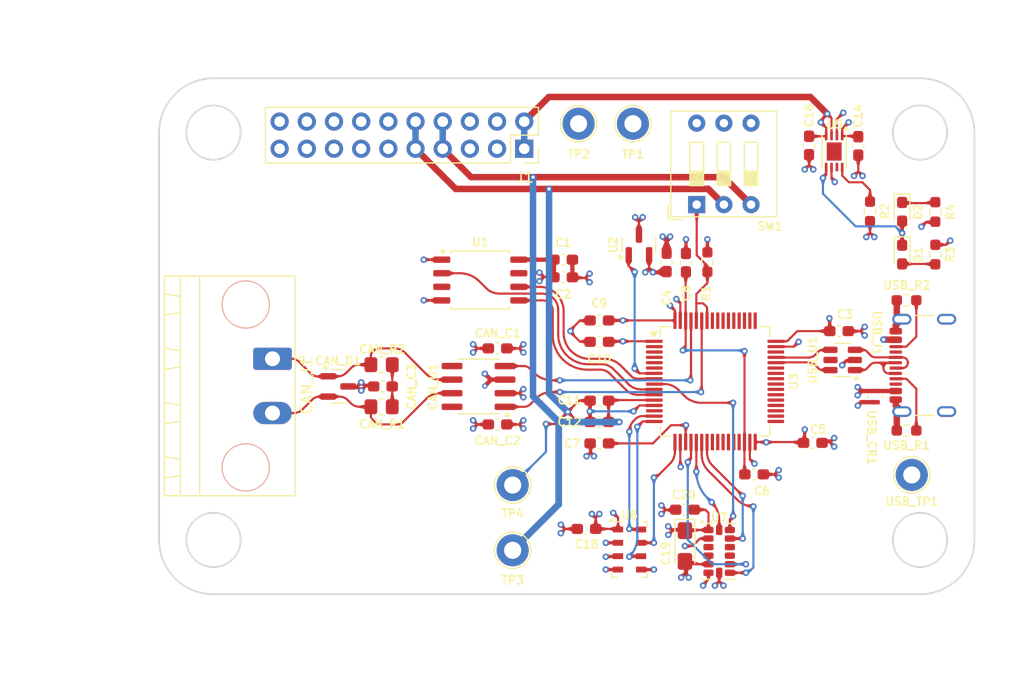
<source format=kicad_pcb>
(kicad_pcb (version 20240108) (generator "pcbnew") (generator_version "8.0")
  (layers (0 "F.Cu" signal) (1 "In1.Cu" signal) (2 "In2.Cu" signal) (31 "B.Cu" signal) (34 "B.Paste" user) (35 "F.Paste" user) (36 "B.SilkS" user "B.Silkscreen") (37 "F.SilkS" user "F.Silkscreen") (38 "B.Mask" user) (39 "F.Mask" user) (44 "Edge.Cuts" user))
  (net 0 "")
  (net 1 "/Battery Management/V_USB")
  (net 2 "GNDD")
  (net 3 "/V_BAT")
  (net 5 "+3.3V")
  (net 6 "/Battery Management/STAT")
  (net 7 "Net-(D1-A)")
  (net 8 "Net-(D2-K)")
  (net 9 "Net-(CAN_C3-Pad1)")
  (net 10 "Net-(C6-Pad1)")
  (net 11 "GNDA")
  (net 12 "VDDA")
  (net 13 "Net-(U5-PROG)")
  (net 16 "/CAN Interface/CAN_L")
  (net 17 "Net-(U2-~{RST})")
  (net 19 "/CAN Interface/CAN_H")
  (net 20 "/pres_mosi")
  (net 21 "/pres_clk")
  (net 26 "/pres_miso")
  (net 28 "/accel_miso")
  (net 30 "/flash_mosi")
  (net 32 "/accel_int2")
  (net 35 "/accel_mosi")
  (net 39 "/accel_int1")
  (net 45 "/flash_clk")
  (net 47 "/accel_clk")
  (net 48 "/flash_miso")
  (net 49 "/BOOT0")
  (net 64 "/USB_D_P")
  (net 65 "/FDCAN_RX")
  (net 66 "/USB_D_N")
  (net 67 "/FDCAN_TX")
  (net 75 "Net-(USB_J1-D+-PadA6)")
  (net 76 "Net-(USB_J1-D--PadA7)")
  (net 78 "Net-(USB_J1-CC2)")
  (net 79 "Net-(USB_J1-CC1)")
  (footprint "Capacitor_SMD:C_0603_1608Metric_Pad1.08x0.95mm_HandSolder" (layer "F.Cu") (at 142.287653 118.028)
    (property "Reference" "CAN_C2")
    (property "Value" "4.7uF")
  )
  (footprint "Package_QFP:LQFP-64_10x10mm_P0.5mm" (layer "F.Cu") (at 162.616738 114.001)
    (property "Reference" "U3")
    (property "Value" "STM32H503RBTx")
  )
  (footprint "Resistor_SMD:R_0603_1608Metric_Pad0.98x0.95mm_HandSolder" (layer "F.Cu") (at 177.1 98.1 -90)
    (property "Reference" "R2")
    (property "Value" "2k")
  )
  (footprint "Capacitor_SMD:C_0603_1608Metric_Pad1.08x0.95mm_HandSolder" (layer "F.Cu") (at 151.8 110.3 180)
    (property "Reference" "C10")
    (property "Value" "4.7uF")
  )
  (footprint "Resistor_SMD:R_0805_2012Metric_Pad1.20x1.40mm_HandSolder" (layer "F.Cu") (at 131.447653 112.44 180)
    (property "Reference" "CAN_R2")
    (property "Value" "62")
  )
  (footprint "Capacitor_SMD:C_0603_1608Metric_Pad1.08x0.95mm_HandSolder" (layer "F.Cu") (at 171.75 119.75)
    (property "Reference" "C5")
    (property "Value" "100nF")
  )
  (footprint "Capacitor_SMD:C_0603_1608Metric_Pad1.08x0.95mm_HandSolder" (layer "F.Cu") (at 166.2625 122.7)
    (property "Reference" "C6")
    (property "Value" "2.2uF")
  )
  (footprint "ESDA7P60:ZDO_1610_STM" (layer "F.Cu") (at 177.591 115.426 -90)
    (property "Reference" "USB_CR1")
    (property "Value" "ESDA7P60-1U1M")
  )
  (footprint "Capacitor_SMD:C_0603_1608Metric_Pad1.08x0.95mm_HandSolder" (layer "F.Cu") (at 142.287653 110.916)
    (property "Reference" "CAN_C1")
    (property "Value" "100nF")
  )
  (footprint "Package_LGA:LGA-14_3x5mm_P0.8mm_LayoutBorder1x6y" (layer "F.Cu") (at 163 129.9)
    (property "Reference" "U7")
    (property "Value" "ADXL375BCCZ")
  )
  (footprint "Resistor_SMD:R_0603_1608Metric_Pad0.98x0.95mm_HandSolder" (layer "F.Cu") (at 183.2 102.1375 90)
    (property "Reference" "R3")
    (property "Value" "1k")
  )
  (footprint "Connector_USB:USB_C_Receptacle_GCT_USB4105-xx-A_16P_TopMnt_Horizontal" (layer "F.Cu") (at 183.179 112.505 90)
    (property "Reference" "USB_J1")
    (property "Value" "USB_C_Receptacle_USB2.0_16P")
  )
  (footprint "Capacitor_SMD:C_0603_1608Metric_Pad1.08x0.95mm_HandSolder" (layer "F.Cu") (at 148.419 102.616)
    (property "Reference" "C1")
    (property "Value" "100nF")
  )
  (footprint "Package_SO:SOIC-8_3.9x4.9mm_P1.27mm" (layer "F.Cu") (at 140.509653 114.472 180)
    (property "Reference" "CAN_U1")
    (property "Value" "TCAN332G")
  )
  (footprint "Capacitor_SMD:C_0603_1608Metric_Pad1.08x0.95mm_HandSolder" (layer "F.Cu") (at 131.574653 114.472 180)
    (property "Reference" "CAN_C3")
    (property "Value" "4.7uF")
  )
  (footprint "Package_TO_SOT_SMD:SOT-23" (layer "F.Cu") (at 127.383653 114.472)
    (property "Reference" "CAN_D1")
    (property "Value" "NUP2105L")
  )
  (footprint "TestPoint:TestPoint_Loop_D2.60mm_Drill1.6mm_Beaded" (layer "F.Cu") (at 181 122.75 -90)
    (property "Reference" "USB_TP1")
    (property "Value" "TestPoint")
  )
  (footprint "Resistor_SMD:R_0603_1608Metric_Pad0.98x0.95mm_HandSolder" (layer "F.Cu") (at 180.512 106.409 180)
    (property "Reference" "USB_R2")
    (property "Value" "5.1k")
  )
  (footprint "Connector_Phoenix_MSTB:PhoenixContact_MSTB_2,5_2-GF-5,08_1x02_P5.08mm_Horizontal_ThreadedFlange_MountHole" (layer "F.Cu") (at 121.2525 111.887 -90)
    (property "Reference" "CAN_J1")
    (property "Value" "Conn_01x02_Socket")
  )
  (footprint "Capacitor_SMD:C_0603_1608Metric_Pad1.08x0.95mm_HandSolder" (layer "F.Cu") (at 176 91.975 -90)
    (property "Reference" "C14")
    (property "Value" "4.7uF")
  )
  (footprint "Package_TO_SOT_SMD:SOT-23" (layer "F.Cu") (at 155.5 101.2375 90)
    (property "Reference" "U2")
    (property "Value" "MCP130-xxxxTT")
  )
  (footprint "Capacitor_SMD:C_0603_1608Metric_Pad1.08x0.95mm_HandSolder" (layer "F.Cu") (at 151.8 115.8)
    (property "Reference" "C11")
    (property "Value" "100nF")
  )
  (footprint "Capacitor_SMD:C_0603_1608Metric_Pad1.08x0.95mm_HandSolder" (layer "F.Cu") (at 150.6 127.8 180)
    (property "Reference" "C18")
    (property "Value" "100nF")
  )
  (footprint "LED_SMD:LED_0603_1608Metric_Pad1.05x0.95mm_HandSolder" (layer "F.Cu") (at 180.1 102.1375 -90)
    (property "Reference" "D1")
    (property "Value" "LED")
  )
  (footprint "Resistor_SMD:R_0603_1608Metric_Pad0.98x0.95mm_HandSolder" (layer "F.Cu") (at 183.2 98.15 -90)
    (property "Reference" "R4")
    (property "Value" "1k")
  )
  (footprint "Package_LGA:LGA-8_3x5mm_P1.25mm" (layer "F.Cu") (at 154.625 129.725)
    (property "Reference" "U6")
    (property "Value" "MS5607-02BA")
  )
  (footprint "Capacitor_SMD:C_0603_1608Metric_Pad1.08x0.95mm_HandSolder" (layer "F.Cu") (at 151.8 119.8 180)
    (property "Reference" "C7")
    (property "Value" "100nF")
  )
  (footprint "TestPoint:TestPoint_Loop_D2.60mm_Drill1.6mm_Beaded" (layer "F.Cu") (at 149.86 89.9 -90)
    (property "Reference" "TP2")
    (property "Value" "TestPoint")
  )
  (footprint "Resistor_SMD:R_0805_2012Metric_Pad1.20x1.40mm_HandSolder" (layer "F.Cu") (at 131.447653 116.377)
    (property "Reference" "CAN_R1")
    (property "Value" "62")
  )
  (footprint "Connector_PinSocket_2.54mm:PinSocket_2x10_P2.54mm_Vertical" (layer "F.Cu") (at 144.78 92.24 -90)
    (property "Reference" "J1")
    (property "Value" "Conn_02x10_Odd_Even")
  )
  (footprint "Package_DFN_QFN:DFN-8-1EP_3x2mm_P0.5mm_EP1.7x1.4mm" (layer "F.Cu") (at 173.75 92.5 -90)
    (property "Reference" "U5")
    (property "Value" "MCP73831-2-MC")
  )
  (footprint "Button_Switch_THT:SW_DIP_SPSTx03_Slide_9.78x9.8mm_W7.62mm_P2.54mm" (layer "F.Cu") (at 160.9 97.4675 90)
    (property "Reference" "SW1")
    (property "Value" "SW_DIP_x03")
  )
  (footprint "Package_TO_SOT_SMD:SOT-23-6" (layer "F.Cu") (at 174.543 111.997 180)
    (property "Reference" "USB_U1")
    (property "Value" "USBLC6-2SC6")
  )
  (footprint "Capacitor_SMD:C_0603_1608Metric_Pad1.08x0.95mm_HandSolder" (layer "F.Cu") (at 148.419 104.267)
    (property "Reference" "C2")
    (property "Value" "4.7uF")
  )
  (footprint "Capacitor_SMD:C_0603_1608Metric_Pad1.08x0.95mm_HandSolder" (layer "F.Cu") (at 151.8 117.8)
    (property "Reference" "C12")
    (property "Value" "1uF")
  )
  (footprint "LED_SMD:LED_0603_1608Metric_Pad1.05x0.95mm_HandSolder" (layer "F.Cu") (at 180.1 98.1375 -90)
    (property "Reference" "D2")
    (property "Value" "LED")
  )
  (footprint "Capacitor_SMD:C_0603_1608Metric_Pad1.08x0.95mm_HandSolder" (layer "F.Cu") (at 174.2 109.3)
    (property "Reference" "C3")
    (property "Value" "100nF")
  )
  (footprint "Package_SO:SOIC-8_5.23x5.23mm_P1.27mm" (layer "F.Cu") (at 140.672 104.521)
    (property "Reference" "U1")
    (property "Value" "W25Q128JVS")
  )
  (footprint "Capacitor_SMD:C_0603_1608Metric_Pad1.08x0.95mm_HandSolder" (layer "F.Cu") (at 171.4 91.9375 -90)
    (property "Reference" "C16")
    (property "Value" "4.7uF")
  )
  (footprint "Capacitor_SMD:C_0603_1608Metric_Pad1.08x0.95mm_HandSolder" (layer "F.Cu") (at 159.893 102.8965 90)
    (property "Reference" "C8")
    (property "Value" "2.2uF")
  )
  (footprint "TestPoint:TestPoint_Loop_D2.60mm_Drill1.6mm_Beaded" (layer "F.Cu") (at 143.699 129.8 -90)
    (property "Reference" "TP3")
    (property "Value" "TestPoint")
  )
  (footprint "Resistor_SMD:R_0603_1608Metric_Pad0.98x0.95mm_HandSolder" (layer "F.Cu") (at 180.512 118.601 180)
    (property "Reference" "USB_R1")
    (property "Value" "5.1k")
  )
  (footprint "Capacitor_SMD:C_0603_1608Metric_Pad1.08x0.95mm_HandSolder" (layer "F.Cu") (at 159.8 126 180)
    (property "Reference" "C20")
    (property "Value" "100nF")
  )
  (footprint "Capacitor_Tantalum_SMD:CP_EIA-3216-18_Kemet-A_Pad1.58x1.35mm_HandSolder" (layer "F.Cu") (at 159.8 129.4 -90)
    (property "Reference" "C19")
    (property "Value" "10uF")
  )
  (footprint "Capacitor_SMD:C_0603_1608Metric_Pad1.08x0.95mm_HandSolder" (layer "F.Cu") (at 151.8 108.3 180)
    (property "Reference" "C9")
    (property "Value" "100nF")
  )
  (footprint "TestPoint:TestPoint_Loop_D2.60mm_Drill1.6mm_Beaded" (layer "F.Cu") (at 154.94 89.9 -90)
    (property "Reference" "TP1")
    (property "Value" "TestPoint")
  )
  (footprint "TestPoint:TestPoint_Loop_D2.60mm_Drill1.6mm_Beaded" (layer "F.Cu") (at 143.699 123.7 -90)
    (property "Reference" "TP4")
    (property "Value" "TestPoint")
  )
  (footprint "Capacitor_SMD:C_0603_1608Metric_Pad1.08x0.95mm_HandSolder" (layer "F.Cu") (at 158.0906 102.8689 90)
    (property "Reference" "C4")
    (property "Value" "100nF")
  )
  (footprint "Resistor_SMD:R_0603_1608Metric_Pad0.98x0.95mm_HandSolder" (layer "F.Cu") (at 161.9 102.8465 90)
    (property "Reference" "R1")
    (property "Value" "10k")
  )
  (gr_arc (start 115.734417 133.90888) (mid 112.142315 132.420982) (end 110.654417 128.82888) (stroke (width 0.16)) (layer "Edge.Cuts"))
  (gr_circle (center 115.734417 90.72888) (end 113.194417 90.72888) (stroke (width 0.16)) (fill none) (layer "Edge.Cuts"))
  (gr_line (start 115.734417 85.64888) (end 181.774417 85.64888) (stroke (width 0.16)) (layer "Edge.Cuts"))
  (gr_arc (start 181.774417 85.64888) (mid 185.366519 87.136778) (end 186.854417 90.72888) (stroke (width 0.16)) (layer "Edge.Cuts"))
  (gr_line (start 181.774417 133.90888) (end 115.734417 133.90888) (stroke (width 0.16)) (layer "Edge.Cuts"))
  (gr_circle (center 181.774417 128.82888) (end 179.234417 128.82888) (stroke (width 0.16)) (fill none) (layer "Edge.Cuts"))
  (gr_circle (center 181.774417 90.72888) (end 179.234417 90.72888) (stroke (width 0.16)) (fill none) (layer "Edge.Cuts"))
  (gr_circle (center 115.734417 128.82888) (end 113.194417 128.82888) (stroke (width 0.16)) (fill none) (layer "Edge.Cuts"))
  (gr_line (start 186.854417 90.72888) (end 186.854417 128.82888) (stroke (width 0.16)) (layer "Edge.Cuts"))
  (gr_line (start 110.654417 128.82888) (end 110.654417 90.72888) (stroke (width 0.16)) (layer "Edge.Cuts"))
  (gr_arc (start 110.654417 90.72888) (mid 112.142315 87.136778) (end 115.734417 85.64888) (stroke (width 0.16)) (layer "Edge.Cuts"))
  (gr_arc (start 186.854417 128.82888) (mid 185.366519 132.420982) (end 181.774417 133.90888) (stroke (width 0.16)) (layer "Edge.Cuts"))
  (segment (start 175.9375 91.05) (end 176 91.1125) (width 0.2) (layer "F.Cu") (net 1))
  (segment (start 176.3083 114.9053) (end 175.94 114.537) (width 0.4064) (layer "F.Cu") (net 1))
  (segment (start 184.6 100.8375) (end 184.5 100.9375) (width 0.2) (layer "F.Cu") (net 1))
  (segment (start 174 89.475) (end 174 91.05) (width 0.2) (layer "F.Cu") (net 1))
  (segment (start 178.353 110.092) (end 178.366 110.105) (width 0.2) (layer "F.Cu") (net 1))
  (segment (start 184.2125 101.225) (end 184.6 100.8375) (width 0.2) (layer "F.Cu") (net 1))
  (segment (start 179.499 110.105) (end 178.353 110.092) (width 0.6) (layer "F.Cu") (net 1))
  (segment (start 174.5 90.375) (end 174.5 91.05) (width 0.2) (layer "F.Cu") (net 1))
  (segment (start 175.1 89.775) (end 174.5 90.375) (width 0.2) (layer "F.Cu") (net 1))
  (segment (start 174.6 88.875) (end 174 89.475) (width 0.2) (layer "F.Cu") (net 1))
  (segment (start 183.2 101.225) (end 184.2125 101.225) (width 0.2) (layer "F.Cu") (net 1))
  (segment (start 175.94 115.2736) (end 176.3083 114.9053) (width 0.4064) (layer "F.Cu") (net 1))
  (segment (start 174.5 91.05) (end 175.9375 91.05) (width 0.2) (layer "F.Cu") (net 1))
  (segment (start 176.3086 114.905) (end 176.3083 114.9053) (width 0.2) (layer "F.Cu") (net 1))
  (segment (start 175.94 115.299) (end 175.94 115.2736) (width 0.2) (layer "F.Cu") (net 1))
  (segment (start 179.499 114.905) (end 176.3086 114.905) (width 0.4064) (layer "F.Cu") (net 1))
  (via (at 184.6 100.8375) (size 0.6) (drill 0.3) (layers "F.Cu" "B.Cu") (net 1))
  (via (at 175.1 89.775) (size 0.6) (drill 0.3) (layers "F.Cu" "B.Cu") (net 1))
  (via (at 175.94 114.537) (size 0.6) (drill 0.3) (layers "F.Cu" "B.Cu") (net 1))
  (via (at 174.6 88.875) (size 0.6) (drill 0.3) (layers "F.Cu" "B.Cu") (net 1))
  (via (at 178.353 110.092) (size 0.6) (drill 0.3) (layers "F.Cu" "B.Cu") (net 1))
  (via (at 175.94 115.299) (size 0.6) (drill 0.3) (layers "F.Cu" "B.Cu") (net 1))
  (segment (start 159.866738 102.195762) (end 159.9 102.1625) (width 0.2) (layer "F.Cu") (net 2))
  (segment (start 176.2803 115.9467) (end 177.591 115.9467) (width 0.4064) (layer "F.Cu") (net 2))
  (segment (start 149.7375 127.8) (end 148.6 127.8) (width 0.2) (layer "F.Cu") (net 2))
  (segment (start 173.35 119.7) (end 173.75 119.3) (width 0.2) (layer "F.Cu") (net 2))
  (segment (start 152.4 130.4) (end 152.45 130.35) (width 0.2) (layer "F.Cu") (net 2))
  (segment (start 155.5 99) (end 155.85 98.65) (width 0.2) (layer "F.Cu") (net 2))
  (segment (start 161.9 100.711) (end 161.9 101.934) (width 0.2) (layer "F.Cu") (net 2))
  (segment (start 150.4915 104.322) (end 150.8915 103.922) (width 0.2) (layer "F.Cu") (net 2))
  (segment (start 176.2 109.3) (end 176.6 109.7) (width 0.2) (layer "F.Cu") (net 2))
  (segment (start 168.5625 123) (end 168.5625 123.1) (width 0.2) (layer "F.Cu") (net 2))
  (segment (start 144.700653 118.409) (end 144.319653 118.028) (width 0.2) (layer "F.Cu") (net 2))
  (segment (start 144.319653 110.916) (end 143.150153 110.916) (width 0.2) (layer "F.Cu") (net 2))
  (segment (start 175.0625 109.3) (end 176.2 109.3) (width 0.2) (layer "F.Cu") (net 2))
  (segment (start 175.6 94.775) (end 175.7 94.675) (width 0.2) (layer "F.Cu") (net 2))
  (segment (start 179.5995 107.7105) (end 180.074 108.185) (width 0.2) (layer "F.Cu") (net 2))
  (segment (start 161.2 128.7) (end 160.8 129.1) (width 0.2) (layer "F.Cu") (net 2))
  (segment (start 159.9 100.711) (end 159.9 102.027) (width 0.2) (layer "F.Cu") (net 2))
  (segment (start 175.6805 111.997) (end 174.924 111.997) (width 0.2) (layer "F.Cu") (net 2))
  (segment (start 144.700653 110.535) (end 144.319653 110.916) (width 0.2) (layer "F.Cu") (net 2))
  (segment (start 159.9 102.1) (end 159.866738 102.133262) (width 0.2) (layer "F.Cu") (net 2))
  (segment (start 179.499 109.305) (end 179.499 108.76) (width 0.6) (layer "F.Cu") (net 2))
  (segment (start 172.5125 119.7) (end 173.35 119.7) (width 0.2) (layer "F.Cu") (net 2))
  (segment (start 165.866738 119.676) (end 165.866738 121.266738) (width 0.2) (layer "F.Cu") (net 2))
  (segment (start 160.5 129.4) (end 159.8 129.4) (width 0.2) (layer "F.Cu") (net 2))
  (segment (start 155.5 100.275) (end 155.5 99) (width 0.2) (layer "F.Cu") (net 2))
  (segment (start 176 94.375) (end 175.6 94.775) (width 0.2) (layer "F.Cu") (net 2))
  (segment (start 159.8 132) (end 160.3 132.5) (width 0.2) (layer "F.Cu") (net 2))
  (segment (start 170.424697 110.299758) (end 169.973455 110.751) (width 0.2) (layer "F.Cu") (net 2))
  (segment (start 179.5995 118.601) (end 179.5995 117.2995) (width 0.6) (layer "F.Cu") (net 2))
  (segment (start 150.9375 120.6375) (end 150.9375 120.6625) (width 0.2) (layer "F.Cu") (net 2))
  (segment (start 150.9375 119.8) (end 150.9375 120.6375) (width 0.2) (layer "F.Cu") (net 2))
  (segment (start 168.5625 122.3) (end 168.1625 122.7) (width 0.2) (layer "F.Cu") (net 2))
  (segment (start 143.150153 118.028) (end 144.319653 118.028) (width 0.2) (layer "F.Cu") (net 2))
  (segment (start 165.866738 121.266738) (end 166.3 121.7) (width 0.2) (layer "F.Cu") (net 2))
  (segment (start 181.9 99.5375) (end 182.375 99.0625) (width 0.2) (layer "F.Cu") (net 2))
  (segment (start 150.4915 104.322) (end 150.8915 104.722) (width 0.2) (layer "F.Cu") (net 2))
  (segment (start 144.700653 115.488) (end 144.319653 115.107) (width 0.2) (layer "F.Cu") (net 2))
  (segment (start 155.5 99) (end 155.15 98.65) (width 0.2) (layer "F.Cu") (net 2))
  (segment (start 179.5995 117.2995) (end 180.074 116.825) (width 0.2) (layer "F.Cu") (net 2))
  (segment (start 159.033476 106.3) (end 159.366738 106.633262) (width 0.2) (layer "F.Cu") (net 2))
  (segment (start 177.5 100.5) (end 177.4 100.4) (width 0.2) (layer "F.Cu") (net 2))
  (segment (start 183.2 99.0625) (end 183.2 99.15) (width 0.2) (layer "F.Cu") (net 2))
  (segment (start 148.6 127.8) (end 148.2 128.2) (width 0.2) (layer "F.Cu") (net 2))
  (segment (start 128.321153 114.472) (end 129.161653 114.472) (width 0.2) (layer "F.Cu") (net 2))
  (segment (start 150.9375 108.3) (end 150 108.3) (width 0.2) (layer "F.Cu") (net 2))
  (segment (start 155.7 131.6) (end 156.9 131.6) (width 0.2) (layer "F.Cu") (net 2))
  (segment (start 163 132.7) (end 162.6 133.1) (width 0.2) (layer "F.Cu") (net 2))
  (segment (start 129.542653 114.853) (end 129.161653 114.472) (width 0.2) (layer "F.Cu") (net 2))
  (segment (start 160.0625 131.1) (end 159.8 130.8375) (width 0.2) (layer "F.Cu") (net 2))
  (segment (start 143.150153 115.107) (end 144.319653 115.107) (width 0.2) (layer "F.Cu") (net 2))
  (segment (start 162 128.7) (end 161.2 128.7) (width 0.2) (layer "F.Cu") (net 2))
  (segment (start 176.2 109.3) (end 176.6 108.9) (width 0.2) (layer "F.Cu") (net 2))
  (segment (start 129.161653 114.472) (end 129.542653 114.091) (width 0.2) (layer "F.Cu") (net 2))
  (segment (start 169.973455 110.751) (end 168.291738 110.751) (width 0.2) (layer "F.Cu") (net 2))
  (segment (start 177.1 99.0125) (end 177.1 100.1) (width 0.2) (layer "F.Cu") (net 2))
  (segment (start 159.366738 106.633262) (end 159.366738 108.326) (width 0.2) (layer "F.Cu") (net 2))
  (segment (start 168.1625 122.7) (end 168.4625 123) (width 0.2) (layer "F.Cu") (net 2))
  (segment (start 149 109.3) (end 149.1 109.3) (width 0.2) (layer "F.Cu") (net 2))
  (segment (start 152.4 131.6) (end 152.5 131.6) (width 0.2) (layer "F.Cu") (net 2))
  (segment (start 159.8 132) (end 159.45 132.35) (width 0.2) (layer "F.Cu") (net 2))
  (segment (start 174.493684 112.490868) (end 174.493684 112.394272) (width 0.2) (layer "F.Cu") (net 2))
  (segment (start 158 126) (end 157.6 126.4) (width 0.2) (layer "F.Cu") (net 2))
  (segment (start 176 92.8375) (end 176 94.375) (width 0.2) (layer "F.Cu") (net 2))
  (segment (start 175.9585 116.2685) (end 176.2803 115.9467) (width 0.4064) (layer "F.Cu") (net 2))
  (segment (start 159.8 129.4) (end 159.9 129.4) (width 0.2) (layer "F.Cu") (net 2))
  (segment (start 148.6 127.8) (end 148.2 127.4) (width 0.2) (layer "F.Cu") (net 2))
  (segment (start 149 109.3) (end 149 109.3) (width 0.2) (layer "F.Cu") (net 2))
  (segment (start 171.4 93.775) (end 171.8 94.175) (width 0.2) (layer "F.Cu") (net 2))
  (segment (start 163 132.7) (end 163.4 133.1) (width 0.2) (layer "F.Cu") (net 2))
  (segment (start 173.5 93.95) (end 173.5 94.7) (width 0.2) (layer "F.Cu") (net 2))
  (segment (start 135.477 102.616) (end 135.472 102.621) (width 0.2) (layer "F.Cu") (net 2))
  (segment (start 158.0906 100.7834) (end 158.0434 100.7834) (width 0.4064) (layer "F.Cu") (net 2))
  (segment (start 168.5625 123.1) (end 168.5625 123.1) (width 0.2) (layer "F.Cu") (net 2))
  (segment (start 173.8 95.35) (end 173.5 95.05) (width 0.2) (layer "F.Cu") (net 2))
  (segment (start 158.0906 100.7834) (end 158.417 100.457) (width 0.4064) (layer "F.Cu") (net 2))
  (segment (start 182.375 99.0625) (end 183.2 99.0625) (width 0.2) (layer "F.Cu") (net 2))
  (segment (start 148.2 128.2) (end 148.25 128.15) (width 0.2) (layer "F.Cu") (net 2))
  (segment (start 158.0906 102.0064) (end 158.0906 100.7834) (width 0.4064) (layer "F.Cu") (net 2))
  (segment (start 153.55 131.6) (end 152.4 131.6) (width 0.2) (layer "F.Cu") (net 2))
  (segment (start 174.924 111.997) (end 174.493684 112.427316) (width 0.2) (layer "F.Cu") (net 2))
  (segment (start 150 110.3) (end 150.9375 110.3) (width 0.2) (layer "F.Cu") (net 2))
  (segment (start 149.1 109.4) (end 150 110.3) (width 0.2) (layer "F.Cu") (net 2))
  (segment (start 149.2815 102.616) (end 149.2815 104.521) (width 0.4064) (layer "F.Cu") (net 2))
  (segment (start 150 108.3) (end 149 109.3) (width 0.2) (layer "F.Cu") (net 2))
  (segment (start 159 106.3) (end 159.033476 106.3) (width 0.2) (layer "F.Cu") (net 2))
  (segment (start 168.4625 123) (end 168.5625 123) (width 0.2) (layer "F.Cu") (net 2))
  (segment (start 179.5995 106.409) (end 179.5995 107.7105) (width 0.6) (layer "F.Cu") (net 2))
  (segment (start 179.499 115.705) (end 179.499 116.25) (width 0.6) (layer "F.Cu") (net 2))
  (segment (start 176 94.375) (end 176.4 94.775) (width 0.2) (layer "F.Cu") (net 2))
  (segment (start 159.366738 121.966738) (end 159.366738 119.676) (width 0.2) (layer "F.Cu") (net 2))
  (segment (start 155.15 98.65) (end 155.25 98.75) (width 0.2) (layer "F.Cu") (net 2))
  (segment (start 159.9 102.027) (end 159.893 102.034) (width 0.2) (layer "F.Cu") (net 2))
  (segment (start 158.9375 126) (end 158 126) (width 0.2) (layer "F.Cu") (net 2))
  (segment (start 161.9 102.2) (end 161.9 101.629222) (width 0.2) (layer "F.Cu") (net 2))
  (segment (start 162 131.1) (end 162 130.3) (width 0.2) (layer "F.Cu") (net 2))
  (segment (start 153.55 129.1) (end 152.4 129.1) (width 0.2) (layer "F.Cu") (net 2))
  (segment (start 163 131.9) (end 163 132.7) (width 0.2) (layer "F.Cu") (net 2))
  (segment (start 144.700653 114.726) (end 144.319653 115.107) (width 0.2) (layer "F.Cu") (net 2))
  (segment (start 173.35 119.7) (end 173.75 120.1) (width 0.2) (layer "F.Cu") (net 2))
  (segment (start 129.923653 114.472) (end 130.712153 114.472) (width 0.2) (layer "F.Cu") (net 2))
  (segment (start 149.254 104.322) (end 150.4915 104.322) (width 0.2) (layer "F.Cu") (net 2))
  (segment (start 150.9375 120.6375) (end 151.3 121) (width 0.2) (layer "F.Cu") (net 2))
  (segment (start 179.499 116.25) (end 180.074 116.825) (width 0.6) (layer "F.Cu") (net 2))
  (segment (start 137.072 102.616) (end 135.477 102.616) (width 0.2) (layer "F.Cu") (net 2))
  (segment (start 137.072 106.426) (end 135.472 106.421) (width 0.2) (layer "F.Cu") (net 2))
  (segment (start 153.55 130.35) (end 152.4 130.4) (width 0.2) (layer "F.Cu") (net 2))
  (segment (start 171.4 93.775) (end 171 94.175) (width 0.2) (layer "F.Cu") (net 2))
  (segment (start 176.4 94.775) (end 176.3 94.675) (width 0.2) (layer "F.Cu") (net 2))
  (segment (start 158 126) (end 157.6 125.6) (width 0.2) (layer "F.Cu") (net 2))
  (segment (start 162 131.1) (end 160.0625 131.1) (width 0.2) (layer "F.Cu") (net 2))
  (segment (start 135.472 106.421) (end 135.477 106.426) (width 0.2) (layer "F.Cu") (net 2))
  (segment (start 162.6 133.1) (end 162.65 133.05) (width 0.2) (layer "F.Cu") (net 2))
  (segment (start 160.8 129.1) (end 160.5 129.4) (width 0.2) (layer "F.Cu") (net 2))
  (segment (start 179.499 108.76) (end 180.074 108.185) (width 0.6) (layer "F.Cu") (net 2))
  (segment (start 155.85 98.65) (end 155.75 98.75) (width 0.2) (layer "F.Cu") (net 2))
  (segment (start 159.8 130.8375) (end 159.8 132) (width 0.2) (layer "F.Cu") (net 2))
  (segment (start 177.1 100.1) (end 177.5 100.5) (width 0.2) (layer "F.Cu") (net 2))
  (segment (start 163.4 133.1) (end 163.3 133) (width 0.2) (layer "F.Cu") (net 2))
  (segment (start 149.1 109.3) (end 149.1 109.4) (width 0.2) (layer "F.Cu") (net 2))
  (segment (start 168.1625 122.7) (end 167.125 122.7) (width 0.2) (layer "F.Cu") (net 2))
  (segment (start 150.9375 120.6625) (end 150.6 121) (width 0.2) (layer "F.Cu") (net 2))
  (segment (start 177.1 100.1) (end 176.9 100.3) (width 0.2) (layer "F.Cu") (net 2))
  (segment (start 173.5 95.05) (end 173.5 94.7) (width 0.2) (layer "F.Cu") (net 2))
  (segment (start 157.9875 102.175) (end 158 102.1625) (width 0.2) (layer "F.Cu") (net 2))
  (segment (start 144.700653 117.647) (end 144.319653 118.028) (width 0.2) (layer "F.Cu") (net 2))
  (segment (start 129.542653 114.091) (end 129.923653 114.472) (width 0.2) (layer "F.Cu") (net 2))
  (segment (start 144.700653 111.297) (end 144.319653 110.916) (width 0.2) (layer "F.Cu") (net 2))
  (segment (start 171.4 92.8) (end 171.4 93.775) (width 0.2) (layer "F.Cu") (net 2))
  (segment (start 174.493684 112.427316) (end 174.493684 112.490868) (width 0.2) (layer "F.Cu") (net 2))
  (segment (start 129.542653 114.853) (end 129.923653 114.472) (width 0.2) (layer "F.Cu") (net 2))
  (segment (start 158.0434 100.7834) (end 157.717 100.457) (width 0.4064) (layer "F.Cu") (net 2))
  (segment (start 159.4 122) (end 159.366738 121.966738) (width 0.2) (layer "F.Cu") (net 2))
  (via (at 157.6 126.4) (size 0.6) (drill 0.3) (layers "F.Cu" "B.Cu") (net 2))
  (via (at 157.6 125.6) (size 0.6) (drill 0.3) (layers "F.Cu" "B.Cu") (net 2))
  (via (at 144.700653 115.488) (size 0.6) (drill 0.3) (layers "F.Cu" "B.Cu") (net 2))
  (via (at 129.542653 114.091) (size 0.6) (drill 0.3) (layers "F.Cu" "B.Cu") (net 2))
  (via (at 129.542653 114.853) (size 0.6) (drill 0.3) (layers "F.Cu" "B.Cu") (net 2))
  (via (at 162.6 133.1) (size 0.6) (drill 0.3) (layers "F.Cu" "B.Cu") (net 2))
  (via (at 152.4 130.4) (size 0.6) (drill 0.3) (layers "F.Cu" "B.Cu") (net 2))
  (via (at 174.493684 112.490868) (size 0.6) (drill 0.3) (layers "F.Cu" "B.Cu") (net 2))
  (via (at 159.45 132.35) (size 0.6) (drill 0.3) (layers "F.Cu" "B.Cu") (net 2))
  (via (at 159.4 122) (size 0.6) (drill 0.3) (layers "F.Cu" "B.Cu") (net 2))
  (via (at 144.700653 118.409) (size 0.6) (drill 0.3) (layers "F.Cu" "B.Cu") (net 2))
  (via (at 171.8 94.175) (size 0.6) (drill 0.3) (layers "F.Cu" "B.Cu") (net 2))
  (via (at 173.75 120.1) (size 0.6) (drill 0.3) (layers "F.Cu" "B.Cu") (net 2))
  (via (at 150.8915 104.722) (size 0.6) (drill 0.3) (layers "F.Cu" "B.Cu") (net 2))
  (via (at 176.6 108.9) (size 0.6) (drill 0.3) (layers "F.Cu" "B.Cu") (net 2))
  (via (at 151.3 121) (size 0.6) (drill 0.3) (layers "F.Cu" "B.Cu") (net 2))
  (via (at 157.717 100.457) (size 0.6) (drill 0.3) (layers "F.Cu" "B.Cu") (net 2))
  (via (at 144.700653 110.535) (size 0.6) (drill 0.3) (layers "F.Cu" "B.Cu") (net 2))
  (via (at 156.9 131.6) (size 0.6) (drill 0.3) (layers "F.Cu" "B.Cu") (net 2))
  (via (at 158.417 100.457) (size 0.6) (drill 0.3) (layers "F.Cu" "B.Cu") (net 2))
  (via (at 150.6 121) (size 0.6) (drill 0.3) (layers "F.Cu" "B.Cu") (net 2))
  (via (at 177.5 100.5) (size 0.6) (drill 0.3) (layers "F.Cu" "B.Cu") (net 2))
  (via (at 171 94.175) (size 0.6) (drill 0.3) (layers "F.Cu" "B.Cu") (net 2))
  (via (at 148.2 127.4) (size 0.6) (drill 0.3) (layers "F.Cu" "B.Cu") (net 2))
  (via (at 176.6 109.7) (size 0.6) (drill 0.3) (layers "F.Cu" "B.Cu") (net 2))
  (via (at 155.85 98.65) (size 0.6) (drill 0.3) (layers "F.Cu" "B.Cu") (net 2))
  (via (at 152.4 131.6) (size 0.6) (drill 0.3) (layers "F.Cu" "B.Cu") (net 2))
  (via (at 144.700653 114.726) (size 0.6) (drill 0.3) (layers "F.Cu" "B.Cu") (net 2))
  (via (at 144.700653 117.647) (size 0.6) (drill 0.3) (layers "F.Cu" "B.Cu") (net 2))
  (via (at 163.4 133.1) (size 0.6) (drill 0.3) (layers "F.Cu" "B.Cu") (net 2))
  (via (at 160.15 132.35) (size 0.6) (drill 0.3) (layers "F.Cu" "B.Cu") (net 2))
  (via (at 176.75 100.5) (size 0.6) (drill 0.3) (layers "F.Cu" "B.Cu") (net 2))
  (via (at 159.9 100.711) (size 0.6) (drill 0.3) (layers "F.Cu" "B.Cu") (net 2))
  (via (at 152.4 129.1) (size 0.6) (drill 0.3) (layers "F.Cu" "B.Cu") (net 2))
  (via (at 144.700653 111.297) (size 0.6) (drill 0.3) (layers "F.Cu" "B.Cu") (net 2))
  (via (at 159 106.3) (size 0.6) (drill 0.3) (layers "F.Cu" "B.Cu") (net 2))
  (via (at 149.1 109.3) (size 0.6) (drill 0.3) (layers "F.Cu" "B.Cu") (net 2))
  (via (at 135.382 106.416) (size 0.6) (drill 0.3) (layers "F.Cu" "B.Cu") (net 2))
  (via (at 173.8 95.35) (size 0.6) (drill 0.3) (layers "F.Cu" "B.Cu") (net 2))
  (via (at 168.5625 122.3) (size 0.6) (drill 0.3) (layers "F.Cu" "B.Cu") (net 2))
  (via (at 181.9 99.5375) (size 0.6) (drill 0.3) (layers "F.Cu" "B.Cu") (net 2))
  (via (at 166.3 121.7) (size 0.6) (drill 0.3) (layers "F.Cu" "B.Cu") (net 2))
  (via (at 175.6 94.775) (size 0.6) (drill 0.3) (layers "F.Cu" "B.Cu") (net 2))
  (via (at 148.2 128.2) (size 0.6) (drill 0.3) (layers "F.Cu" "B.Cu") (net 2))
  (via (at 173.75 119.3) (size 0.6) (drill 0.3) (layers "F.Cu" "B.Cu") (net 2))
  (via (at 159.8 129.4) (size 0.6) (drill 0.3) (layers "F.Cu" "B.Cu") (net 2))
  (via (at 155.15 98.65) (size 0.6) (drill 0.3) (layers "F.Cu" "B.Cu") (net 2))
  (via (at 150.8915 103.922) (size 0.6) (drill 0.3) (layers "F.Cu" "B.Cu") (net 2))
  (via (at 175.9585 116.2685) (size 0.6) (drill 0.3) (layers "F.Cu" "B.Cu") (net 2))
  (via (at 168.5625 123) (size 0.6) (drill 0.3) (layers "F.Cu" "B.Cu") (net 2))
  (via (at 135.382 102.616) (size 0.6) (drill 0.3) (layers "F.Cu" "B.Cu") (net 2))
  (via (at 176.4 94.775) (size 0.6) (drill 0.3) (layers "F.Cu" "B.Cu") (net 2))
  (via (at 170.424697 110.299758) (size 0.6) (drill 0.3) (layers "F.Cu" "B.Cu") (net 2))
  (via (at 161.9 100.711) (size 0.6) (drill 0.3) (layers "F.Cu" "B.Cu") (net 2))
  (segment (start 172.975 91.075) (end 173 91.05) (width 0.2) (layer "F.Cu") (net 3))
  (segment (start 173.1 88.975) (end 171.525 87.4) (width 0.6096) (layer "F.Cu") (net 3))
  (segment (start 173.1 88.975) (end 173.5 89.375) (width 0.2) (layer "F.Cu") (net 3))
  (segment (start 147.08 87.4) (end 144.78 89.7) (width 0.6096) (layer "F.Cu") (net 3))
  (segment (start 173.5 89.375) (end 173.5 91.05) (width 0.2) (layer "F.Cu") (net 3))
  (segment (start 171.4 91.075) (end 172.975 91.075) (width 0.2) (layer "F.Cu") (net 3))
  (segment (start 172.5 89.575) (end 173.1 88.975) (width 0.2) (layer "F.Cu") (net 3))
  (segment (start 172.5 89.775) (end 172.5 89.575) (width 0.2) (layer "F.Cu") (net 3))
  (segment (start 171.525 87.4) (end 147.08 87.4) (width 0.6096) (layer "F.Cu") (net 3))
  (segment (start 173 90.275) (end 173 91.05) (width 0.2) (layer "F.Cu") (net 3))
  (segment (start 172.5 89.775) (end 173 90.275) (width 0.2) (layer "F.Cu") (net 3))
  (via (at 172.5 89.775) (size 0.6) (drill 0.3) (layers "F.Cu" "B.Cu") (net 3))
  (via (at 173.1 88.975) (size 0.6) (drill 0.3) (layers "F.Cu" "B.Cu") (net 3))
  (segment (start 144.78 89.7) (end 144.78 92.24) (width 0.6096) (layer "B.Cu") (net 3))
  (segment (start 162 127.9) (end 159.8625 127.9) (width 0.2) (layer "F.Cu") (net 5))
  (segment (start 144.272 102.616) (end 147.5565 102.616) (width 0.4064) (layer "F.Cu") (net 5))
  (segment (start 159.9 118.1) (end 158.5 118.1) (width 0.2) (layer "F.Cu") (net 5))
  (segment (start 159.866738 119.676) (end 159.866738 118.133262) (width 0.2) (layer "F.Cu") (net 5))
  (segment (start 153.55 127.85) (end 153.55 126.75) (width 0.2) (layer "F.Cu") (net 5))
  (segment (start 151.8 126.4) (end 151.4625 126.7375) (width 0.2) (layer "F.Cu") (net 5))
  (segment (start 159.8625 127.9) (end 159.8 127.9625) (width 0.2) (layer "F.Cu") (net 5))
  (segment (start 161.5 133) (end 161.5 133.1) (width 0.2) (layer "F.Cu") (net 5))
  (segment (start 158.866738 108.326) (end 158.866738 107.366738) (width 0.2) (layer "F.Cu") (net 5))
  (segment (start 140.128653 117.774) (end 140.001653 117.647) (width 0.2) (layer "F.Cu") (net 5))
  (segment (start 154 110.251) (end 156.941738 110.251) (width 0.2) (layer "F.Cu") (net 5))
  (segment (start 154 110.251) (end 152.7115 110.251) (width 0.2) (layer "F.Cu") (net 5))
  (segment (start 158.2 127.5) (end 158.2 127.5) (width 0.2) (layer "F.Cu") (net 5))
  (segment (start 159.9 118.133476) (end 159.866738 118.166738) (width 0.2) (layer "F.Cu") (net 5))
  (segment (start 161.5 133.1) (end 161.4 133.1) (width 0.2) (layer "F.Cu") (net 5))
  (segment (start 140.382653 118.028) (end 140.001653 118.409) (width 0.2) (layer "F.Cu") (net 5))
  (segment (start 167.376 119.676) (end 167.4 119.7) (width 0.2) (layer "F.Cu") (net 5))
  (segment (start 151.1 126.4) (end 151.4625 126.7625) (width 0.2) (layer "F.Cu") (net 5))
  (segment (start 158.2 127.526976) (end 158.2 127.5) (width 0.2) (layer "F.Cu") (net 5))
  (segment (start 166.366738 119.676) (end 167.376 119.676) (width 0.2) (layer "F.Cu") (net 5))
  (segment (start 159.9 118.1) (end 159.9 118.133476) (width 0.2) (layer "F.Cu") (net 5))
  (segment (start 151 126.3) (end 151 126.3) (width 0.2) (layer "F.Cu") (net 5))
  (segment (start 161.4 133.1) (end 161.5 133) (width 0.2) (layer "F.Cu") (net 5))
  (segment (start 141.425153 110.916) (end 140.382653 110.916) (width 0.2) (layer "F.Cu") (net 5))
  (segment (start 140.128653 110.662) (end 140.001653 110.535) (width 0.2) (layer "F.Cu") (net 5))
  (segment (start 173.3375 108.1375) (end 173.3 108.1) (width 0.2) (layer "F.Cu") (net 5))
  (segment (start 162 127.9) (end 162 126.3) (width 0.2) (layer "F.Cu") (net 5))
  (segment (start 151.8 126.4) (end 151.9 126.3) (width 0.2) (layer "F.Cu") (net 5))
  (segment (start 162 126.3) (end 161.7 126) (width 0.2) (layer "F.Cu") (net 5))
  (segment (start 141.65 113.837) (end 141.687 113.837) (width 0.4064) (layer "F.Cu") (net 5))
  (segment (start 158.236512 127.563488) (end 158.263488 127.563488) (width 0.2) (layer "F.Cu") (net 5))
  (segment (start 147.5565 104.521) (end 147.5565 102.616) (width 0.4064) (layer "F.Cu") (net 5))
  (segment (start 156.45 102.175) (end 156.45 103.45) (width 0.2) (layer "F.Cu") (net 5))
  (segment (start 169.349 110.251) (end 170.3 109.3) (width 0.2) (layer "F.Cu") (net 5))
  (segment (start 140.001653 110.535) (end 140.382653 110.916) (width 0.2) (layer "F.Cu") (net 5))
  (segment (start 152.7115 110.251) (end 152.6625 110.3) (width 0.2) (layer "F.Cu") (net 5))
  (segment (start 156.45 103.45) (end 156.8 103.8) (width 0.2) (layer "F.Cu") (net 5))
  (segment (start 154 108.3) (end 158.840738 108.3) (width 0.2) (layer "F.Cu") (net 5))
  (segment (start 141.097 113.284) (end 141.65 113.837) (width 0.4064) (layer "F.Cu") (net 5))
  (segment (start 158.866738 107.366738) (end 158.4 106.9) (width 0.2) (layer "F.Cu") (net 5))
  (segment (start 158.263488 127.563488) (end 158.6625 127.9625) (width 0.2) (layer "F.Cu") (net 5))
  (segment (start 153.55 126.75) (end 153.1 126.3) (width 0.2) (layer "F.Cu") (net 5))
  (segment (start 146.56275 104.262) (end 146.20025 104.6245) (width 0.2) (layer "F.Cu") (net 5))
  (segment (start 146.63775 104.262) (end 146.20025 103.8245) (width 0.2) (layer "F.Cu") (net 5))
  (segment (start 156.8 103.8) (end 158.022 103.8) (width 0.2) (layer "F.Cu") (net 5))
  (segment (start 140.001653 117.647) (end 140.382653 118.028) (width 0.2) (layer "F.Cu") (net 5))
  (segment (start 162 131.9) (end 162 132.5) (width 0.2) (layer "F.Cu") (net 5))
  (segment (start 161.9 132.6) (end 161.5 133) (width 0.2) (layer "F.Cu") (net 5))
  (segment (start 151.9 126.3) (end 151.9 126.3) (width 0.2) (layer "F.Cu") (net 5))
  (segment (start 158.6375 127.9625) (end 158.6625 127.9625) (width 0.2) (layer "F.Cu") (net 5))
  (segment (start 152.8625 108.3) (end 154 108.3) (width 0.2) (layer "F.Cu") (net 5))
  (segment (start 158.5 118.1) (end 156.8 119.8) (width 0.2) (layer "F.Cu") (net 5))
  (segment (start 156.1 103.8) (end 156.2 103.7) (width 0.2) (layer "F.Cu") (net 5))
  (segment (start 156.45 103.45) (end 156.1 103.8) (width 0.2) (layer "F.Cu") (net 5))
  (segment (start 156.8 119.8) (end 152.6625 119.8) (width 0.2) (layer "F.Cu") (net 5))
  (segment (start 162 132.5) (end 161.9 132.6) (width 0.2) (layer "F.Cu") (net 5))
  (segment (start 170.3 109.3) (end 173.3375 109.3) (width 0.2) (layer "F.Cu") (net 5))
  (segment (start 140.001653 111.297) (end 140.128653 111.17) (width 0.2) (layer "F.Cu") (net 5))
  (segment (start 141.478 110.968847) (end 141.425153 110.916) (width 0.4064) (layer "F.Cu") (net 5))
  (segment (start 140.382653 110.916) (end 140.001653 111.297) (width 0.2) (layer "F.Cu") (net 5))
  (segment (start 158.25 128.35) (end 158.6375 127.9625) (width 0.2) (layer "F.Cu") (net 5))
  (segment (start 161.7 126) (end 160.6625 126) (width 0.2) (layer "F.Cu") (net 5))
  (segment (start 141.425153 118.028) (end 140.382653 118.028) (width 0.2) (layer "F.Cu") (net 5))
  (segment (start 140.001653 118.409) (end 140.128653 118.282) (width 0.2) (layer "F.Cu") (net 5))
  (segment (start 146.63775 104.262) (end 146.56275 104.262) (width 0.2) (layer "F.Cu") (net 5))
  (segment (start 167.424 119.676) (end 167.4 119.7) (width 0.2) (layer "F.Cu") (net 5))
  (segment (start 151.1 126.4) (end 151 126.3) (width 0.2) (layer "F.Cu") (net 5))
  (segment (start 159.8 127.9625) (end 158.6625 127.9625) (width 0.2) (layer "F.Cu") (net 5))
  (segment (start 158.236512 127.563488) (end 158.2 127.526976) (width 0.2) (layer "F.Cu") (net 5))
  (segment (start 158.840738 108.3) (end 158.866738 108.326) (width 0.2) (layer "F.Cu") (net 5))
  (segment (start 151.4625 127.8) (end 153.5 127.8) (width 0.2) (layer "F.Cu") (net 5))
  (segment (start 151.4625 127.8) (end 151.4625 126.7625) (width 0.2) (layer "F.Cu") (net 5))
  (segment (start 168.291738 110.251) (end 169.349 110.251) (width 0.2) (layer "F.Cu") (net 5))
  (segment (start 156.8 103.8) (end 156.7 103.7) (width 0.2) (layer "F.Cu") (net 5))
  (segment (start 153.5 127.8) (end 153.55 127.85) (width 0.2) (layer "F.Cu") (net 5))
  (segment (start 151.4625 126.7375) (end 151.4625 126.7625) (width 0.2) (layer "F.Cu") (net 5))
  (segment (start 171 119.6375) (end 170.9615 119.676) (width 0.2) (layer "F.Cu") (net 5))
  (segment (start 170.9615 119.676) (end 167.424 119.676) (width 0.2) (layer "F.Cu") (net 5))
  (segment (start 173.3375 109.3) (end 173.3375 108.1375) (width 0.2) (layer "F.Cu") (net 5))
  (segment (start 171 118.5) (end 171 119.6375) (width 0.2) (layer "F.Cu") (net 5))
  (segment (start 142.984653 113.837) (end 141.687 113.837) (width 0.4064) (layer "F.Cu") (net 5))
  (segment (start 141.687 113.837) (end 141.097 114.427) (width 0.4064) (layer "F.Cu") (net 5))
  (segment (start 158.022 103.8) (end 158.0906 103.7314) (width 0.2) (layer "F.Cu") (net 5))
  (segment (start 159.866738 118.133262) (end 159.9 118.1) (width 0.2) (layer "F.Cu") (net 5))
  (segment (start 147.60025 104.262) (end 146.63775 104.262) (width 0.2) (layer "F.Cu") (net 5))
  (via (at 158.236512 127.563488) (size 0.6) (drill 0.3) (layers "F.Cu" "B.Cu") (net 5))
  (via (at 151.8 126.4) (size 0.6) (drill 0.3) (layers "F.Cu" "B.Cu") (net 5))
  (via (at 171 118.5) (size 0.6) (drill 0.3) (layers "F.Cu" "B.Cu") (net 5))
  (via (at 154 110.251) (size 0.6) (drill 0.3) (layers "F.Cu" "B.Cu") (net 5))
  (via (at 167.4 119.7) (size 0.6) (drill 0.3) (layers "F.Cu" "B.Cu") (net 5))
  (via (at 158.25 128.35) (size 0.6) (drill 0.3) (layers "F.Cu" "B.Cu") (net 5))
  (via (at 154 108.3) (size 0.6) (drill 0.3) (layers "F.Cu" "B.Cu") (net 5))
  (via (at 173.3 108.1) (size 0.6) (drill 0.3) (layers "F.Cu" "B.Cu") (net 5))
  (via (at 159.9 118.1) (size 0.6) (drill 0.3) (layers "F.Cu" "B.Cu") (net 5))
  (via (at 146.20025 103.8245) (size 0.6) (drill 0.3) (layers "F.Cu" "B.Cu") (net 5))
  (via (at 158.4 106.9) (size 0.6) (drill 0.3) (layers "F.Cu" "B.Cu") (net 5))
  (via (at 156.8 103.8) (size 0.6) (drill 0.3) (layers "F.Cu" "B.Cu") (net 5))
  (via (at 151.1 126.4) (size 0.6) (drill 0.3) (layers "F.Cu" "B.Cu") (net 5))
  (via (at 140.001653 118.409) (size 0.6) (drill 0.3) (layers "F.Cu" "B.Cu") (net 5))
  (via (at 146.20025 104.6245) (size 0.6) (drill 0.3) (layers "F.Cu" "B.Cu") (net 5))
  (via (at 153.1 126.3) (size 0.6) (drill 0.3) (layers "F.Cu" "B.Cu") (net 5))
  (via (at 140.001653 111.297) (size 0.6) (drill 0.3) (layers "F.Cu" "B.Cu") (net 5))
  (via (at 141.097 113.284) (size 0.6) (drill 0.3) (layers "F.Cu" "B.Cu") (net 5))
  (via (at 156.1 103.8) (size 0.6) (drill 0.3) (layers "F.Cu" "B.Cu") (net 5))
  (via (at 140.001653 110.535) (size 0.6) (drill 0.3) (layers "F.Cu" "B.Cu") (net 5))
  (via (at 141.097 114.427) (size 0.508) (drill 0.254) (layers "F.Cu" "B.Cu") (net 5))
  (via (at 161.5 133.1) (size 0.6) (drill 0.3) (layers "F.Cu" "B.Cu") (net 5))
  (via (at 140.001653 117.647) (size 0.6) (drill 0.3) (layers "F.Cu" "B.Cu") (net 5))
  (segment (start 173 94.675) (end 172.7 94.975) (width 0.2) (layer "F.Cu") (net 6))
  (segment (start 180.1 99.0125) (end 180.1 100.1375) (width 0.2) (layer "F.Cu") (net 6))
  (segment (start 173 93.95) (end 173 94.675) (width 0.2) (layer "F.Cu") (net 6))
  (segment (start 180.1 100.1375) (end 180.1 101.2625) (width 0.2) (layer "F.Cu") (net 6))
  (via (at 180.1 100.1375) (size 0.6) (drill 0.3) (layers "F.Cu" "B.Cu") (net 6))
  (via (at 172.7 94.975) (size 0.6) (drill 0.3) (layers "F.Cu" "B.Cu") (net 6))
  (segment (start 175.75 99.5) (end 172.7 96.45) (width 0.2) (layer "B.Cu") (net 6))
  (segment (start 180.1 100.1375) (end 179.4625 99.5) (width 0.2) (layer "B.Cu") (net 6))
  (segment (start 179.4625 99.5) (end 175.75 99.5) (width 0.2) (layer "B.Cu") (net 6))
  (segment (start 172.7 96.45) (end 172.7 94.975) (width 0.2) (layer "B.Cu") (net 6))
  (segment (start 180.1 103.0125) (end 183.1625 103.0125) (width 0.2) (layer "F.Cu") (net 7))
  (segment (start 183.1625 103.0125) (end 183.2 103.05) (width 0.2) (layer "F.Cu") (net 7))
  (segment (start 183.2 97.325) (end 180.1625 97.325) (width 0.2) (layer "F.Cu") (net 8))
  (segment (start 180.1625 97.325) (end 180.1 97.2625) (width 0.2) (layer "F.Cu") (net 8))
  (segment (start 132.447653 112.44) (end 132.447653 116.377) (width 0.2) (layer "F.Cu") (net 9))
  (segment (start 159.866738 108.326) (end 159.866738 110.833262) (width 0.2) (layer "F.Cu") (net 10))
  (segment (start 165.366738 119.676) (end 165.366738 119.819699) (width 0.2) (layer "F.Cu") (net 10))
  (segment (start 165.3625 119.823937) (end 165.3625 122.8) (width 0.2) (layer "F.Cu") (net 10))
  (segment (start 165.366738 111.166738) (end 165.366738 119.676) (width 0.2) (layer "F.Cu") (net 10))
  (segment (start 159.866738 110.833262) (end 159.6 111.1) (width 0.2) (layer "F.Cu") (net 10))
  (segment (start 165.3625 122.8) (end 165.466738 122.904238) (width 0.2) (layer "F.Cu") (net 10))
  (segment (start 165.429238 122.766738) (end 165.3625 122.7) (width 0.2) (layer "F.Cu") (net 10))
  (segment (start 159.866738 103.785262) (end 159.893 103.759) (width 0.2) (layer "F.Cu") (net 10))
  (segment (start 165.366738 119.819699) (end 165.3625 119.823937) (width 0.2) (layer "F.Cu") (net 10))
  (segment (start 159.866738 108.326) (end 159.866738 103.785262) (width 0.2) (layer "F.Cu") (net 10))
  (via (at 165.366738 111.166738) (size 0.6) (drill 0.3) (layers "F.Cu" "B.Cu") (net 10))
  (via (at 159.6 111.1) (size 0.6) (drill 0.3) (layers "F.Cu" "B.Cu") (net 10))
  (segment (start 159.6 111.1) (end 165.3 111.1) (width 0.2) (layer "B.Cu") (net 10))
  (segment (start 165.3 111.1) (end 165.366738 111.166738) (width 0.2) (layer "B.Cu") (net 10))
  (segment (start 165.98 97.4675) (end 163.4125 94.9) (width 0.635) (layer "F.Cu") (net 11))
  (segment (start 145.6 94.9) (end 139.82 94.9) (width 0.6) (layer "F.Cu") (net 11))
  (segment (start 153.67 117.8) (end 152.6625 117.8) (width 0.2) (layer "F.Cu") (net 11))
  (segment (start 152.6625 115.751) (end 152.6625 117.8) (width 0.2) (layer "F.Cu") (net 11))
  (segment (start 163.4125 94.9) (end 145.6 94.9) (width 0.6096) (layer "F.Cu") (net 11))
  (segment (start 139.82 94.9) (end 139.76 94.84) (width 0.6) (layer "F.Cu") (net 11))
  (segment (start 156.941738 115.751) (end 152.6625 115.751) (width 0.2) (layer "F.Cu") (net 11))
  (segment (start 139.82 94.9) (end 137.16 92.24) (width 0.6) (layer "F.Cu") (net 11))
  (via (at 153.67 117.8) (size 0.6) (drill 0.3) (layers "F.Cu" "B.Cu") (net 11))
  (via (at 145.6 94.9) (size 0.6) (drill 0.3) (layers "F.Cu" "B.Cu") (net 11))
  (segment (start 137.16 92.24) (end 137.16 89.7) (width 0.6096) (layer "B.Cu") (net 11))
  (segment (start 148 125.499) (end 143.699 129.8) (width 0.635) (layer "B.Cu") (net 11))
  (segment (start 145.7 115.5) (end 145.6 115.4) (width 0.6096) (layer "B.Cu") (net 11))
  (segment (start 148 117.8) (end 148 125.499) (width 0.635) (layer "B.Cu") (net 11))
  (segment (start 145.6 115.4) (end 145.6 94.9) (width 0.6096) (layer "B.Cu") (net 11))
  (segment (start 148 117.8) (end 145.7 115.5) (width 0.635) (layer "B.Cu") (net 11))
  (segment (start 153.67 117.8) (end 148 117.8) (width 0.635) (layer "B.Cu") (net 11))
  (segment (start 150.9375 115.8) (end 150.9375 116.7625) (width 0.2) (layer "F.Cu") (net 12))
  (segment (start 155.549 116.251) (end 155 116.8) (width 0.2) (layer "F.Cu") (net 12))
  (segment (start 150.9 116.8) (end 150.9375 116.8375) (width 0.2) (layer "F.Cu") (net 12))
  (segment (start 147.717 117.983) (end 146.939 117.983) (width 0.2) (layer "F.Cu") (net 12))
  (segment (start 148.85 116.85) (end 147.717 117.983) (width 0.2) (layer "F.Cu") (net 12))
  (segment (start 138.38 96) (end 134.62 92.24) (width 0.6096) (layer "F.Cu") (net 12))
  (segment (start 149.9 115.8) (end 150.9375 115.8) (width 0.2) (layer "F.Cu") (net 12))
  (segment (start 148.85 116.85) (end 149.9 115.8) (width 0.2) (layer "F.Cu") (net 12))
  (segment (start 161.9725 96) (end 163.44 97.4675) (width 0.635) (layer "F.Cu") (net 12))
  (segment (start 150.9375 116.8375) (end 150.9375 117.8) (width 0.2) (layer "F.Cu") (net 12))
  (segment (start 149.8 117.8) (end 148.85 116.85) (width 0.2) (layer "F.Cu") (net 12))
  (segment (start 150.9375 116.7625) (end 150.9 116.8) (width 0.2) (layer "F.Cu") (net 12))
  (segment (start 147.1 96) (end 161.9725 96) (width 0.6096) (layer "F.Cu") (net 12))
  (segment (start 149.8 117.8) (end 150.9375 117.8) (width 0.2) (layer "F.Cu") (net 12))
  (segment (start 156.941738 116.251) (end 155.549 116.251) (width 0.2) (layer "F.Cu") (net 12))
  (segment (start 147.1 96) (end 138.38 96) (width 0.6096) (layer "F.Cu") (net 12))
  (via (at 155 116.8) (size 0.6) (drill 0.3) (layers "F.Cu" "B.Cu") (net 12))
  (via (at 146.812 117.983) (size 0.6) (drill 0.3) (layers "F.Cu" "B.Cu") (net 12))
  (via (at 148.85 116.85) (size 0.6) (drill 0.3) (layers "F.Cu" "B.Cu") (net 12))
  (via (at 150.9 116.8) (size 0.6) (drill 0.3) (layers "F.Cu" "B.Cu") (net 12))
  (via (at 147.1 96) (size 0.6) (drill 0.3) (layers "F.Cu" "B.Cu") (net 12))
  (segment (start 146.812 120.587) (end 143.699 123.7) (width 0.2032) (layer "B.Cu") (net 12))
  (segment (start 147.1 96) (end 147.1 115.131371) (width 0.6096) (layer "B.Cu") (net 12))
  (segment (start 134.62 92.24) (end 134.62 89.7) (width 0.6096) (layer "B.Cu") (net 12))
  (segment (start 147.1 115.131371) (end 148.818629 116.85) (width 0.635) (layer "B.Cu") (net 12))
  (segment (start 148.818629 116.85) (end 148.85 116.85) (width 0.6) (layer "B.Cu") (net 12))
  (segment (start 146.812 117.983) (end 146.812 120.587) (width 0.2032) (layer "B.Cu") (net 12))
  (segment (start 155 116.8) (end 150.9 116.8) (width 0.2) (layer "B.Cu") (net 12))
  (segment (start 147.1 96) (end 147.0325 96.0675) (width 0.2) (layer "B.Cu") (net 12))
  (segment (start 176.3782 95.3782) (end 175.1282 95.3782) (width 0.2) (layer "F.Cu") (net 13))
  (segment (start 177.1 97.1875) (end 177.1 96.1) (width 0.2) (layer "F.Cu") (net 13))
  (segment (start 174.5 94.75) (end 174.5 93.95) (width 0.2) (layer "F.Cu") (net 13))
  (segment (start 175.1282 95.3782) (end 174.5 94.75) (width 0.2) (layer "F.Cu") (net 13))
  (segment (start 177.1 96.1) (end 176.3782 95.3782) (width 0.2) (layer "F.Cu") (net 13))
  (segment (start 129.288653 112.44) (end 130.447653 112.44) (width 0.2) (layer "F.Cu") (net 16))
  (segment (start 131.193653 110.916) (end 132.686838 110.916) (width 0.2) (layer "F.Cu") (net 16))
  (segment (start 126.446153 113.522) (end 127.373105 113.522) (width 0.2) (layer "F.Cu") (net 16))
  (segment (start 130.447653 112.44) (end 130.447653 111.564977) (width 0.2) (layer "F.Cu") (net 16))
  (segment (start 130.558653 111.297) (end 130.760048 111.095605) (width 0.2) (layer "F.Cu") (net 16))
  (segment (start 125.4855 113.538) (end 126.407526 113.538) (width 0.2032) (layer "F.Cu") (net 16))
  (segment (start 123.7075 112.141) (end 124.835092 113.268592) (width 0.2032) (layer "F.Cu") (net 16))
  (segment (start 138.032136 113.834483) (end 138.034653 113.837) (width 0.2) (layer "F.Cu") (net 16))
  (segment (start 136.764069 113.834483) (end 138.032136 113.834483) (width 0.2) (layer "F.Cu") (net 16))
  (segment (start 133.606653 111.297) (end 135.607837 113.298184) (width 0.2) (layer "F.Cu") (net 16))
  (segment (start 121.2525 111.887) (end 123.09429 111.887) (width 0.2032) (layer "F.Cu") (net 16))
  (segment (start 128.145653 113.202) (end 128.638245 112.709408) (width 0.2) (layer "F.Cu") (net 16))
  (arc (start 126.407526 113.538) (mid 126.428431 113.533841) (end 126.446153 113.522) (width 0.2032) (layer "F.Cu") (net 16))
  (arc (start 127.373105 113.522) (mid 127.791205 113.438835) (end 128.145653 113.202) (width 0.2) (layer "F.Cu") (net 16))
  (arc (start 132.686838 110.916) (mid 133.184638 111.015019) (end 133.606653 111.297) (width 0.2) (layer "F.Cu") (net 16))
  (arc (start 124.835092 113.268592) (mid 125.133502 113.467983) (end 125.4855 113.538) (width 0.2032) (layer "F.Cu") (net 16))
  (arc (start 135.607837 113.298184) (mid 136.138471 113.668023) (end 136.764069 113.834483) (width 0.2) (layer "F.Cu") (net 16))
  (arc (start 130.447653 111.564977) (mid 130.476501 111.419949) (end 130.558653 111.297) (width 0.2) (layer "F.Cu") (net 16))
  (arc (start 123.09429 111.887) (mid 123.426156 111.953013) (end 123.7075 112.141) (width 0.2032) (layer "F.Cu") (net 16))
  (arc (start 128.638245 112.709408) (mid 128.936654 112.510017) (end 129.288653 112.44) (width 0.2) (layer "F.Cu") (net 16))
  (arc (start 130.760048 111.095605) (mid 130.958988 110.962678) (end 131.193653 110.916) (width 0.2) (layer "F.Cu") (net 16))
  (segment (start 155.1 103.759) (end 154.55 103.209) (width 0.2) (layer "F.Cu") (net 17))
  (segment (start 154.55 103.209) (end 154.55 102.175) (width 0.2) (layer "F.Cu") (net 17))
  (segment (start 156.941738 113.251) (end 155.551 113.251) (width 0.2) (layer "F.Cu") (net 17))
  (segment (start 155.551 113.251) (end 155.1 112.8) (width 0.2) (layer "F.Cu") (net 17))
  (via (at 155.1 112.8) (size 0.6) (drill 0.3) (layers "F.Cu" "B.Cu") (net 17))
  (via (at 155.1 103.759) (size 0.6) (drill 0.3) (layers "F.Cu" "B.Cu") (net 17))
  (segment (start 155.1 103.759) (end 155.1 112.8) (width 0.2) (layer "B.Cu") (net 17))
  (segment (start 129.415653 116.377) (end 130.447653 116.377) (width 0.2) (layer "F.Cu") (net 19))
  (segment (start 136.728758 115.109379) (end 138.032274 115.109379) (width 0.2) (layer "F.Cu") (net 19))
  (segment (start 123.1995 116.967) (end 121.2525 116.967) (width 0.2) (layer "F.Cu") (net 19))
  (segment (start 130.447653 116.377) (end 130.447653 117.252023) (width 0.2) (layer "F.Cu") (net 19))
  (segment (start 126.446153 115.422) (end 127.500105 115.422) (width 0.2) (layer "F.Cu") (net 19))
  (segment (start 130.558653 117.52) (end 130.797245 117.758592) (width 0.2) (layer "F.Cu") (net 19))
  (segment (start 128.272653 115.742) (end 128.548442 116.017789) (width 0.2) (layer "F.Cu") (net 19))
  (segment (start 138.032274 115.109379) (end 138.034653 115.107) (width 0.2) (layer "F.Cu") (net 19))
  (segment (start 126.446153 115.422) (end 125.641408 115.422) (width 0.2) (layer "F.Cu") (net 19))
  (segment (start 133.405258 117.848395) (end 135.638653 115.615) (width 0.2) (layer "F.Cu") (net 19))
  (segment (start 124.9775 115.697) (end 124.066711 116.607789) (width 0.2) (layer "F.Cu") (net 19))
  (segment (start 131.449575 118.026078) (end 133.05213 118.026078) (width 0.2) (layer "F.Cu") (net 19))
  (segment (start 131.447653 118.028) (end 131.449575 118.026078) (width 0.2) (layer "F.Cu") (net 19))
  (arc (start 125.641408 115.422) (mid 125.282104 115.49347) (end 124.9775 115.697) (width 0.2) (layer "F.Cu") (net 19))
  (arc (start 126.395455 115.443) (mid 126.422893 115.437542) (end 126.446153 115.422) (width 0.2032) (layer "F.Cu") (net 19))
  (arc (start 127.500105 115.422) (mid 127.918205 115.505165) (end 128.272653 115.742) (width 0.2) (layer "F.Cu") (net 19))
  (arc (start 133.05213 118.026078) (mid 133.242869 117.964763) (end 133.405258 117.848395) (width 0.2) (layer "F.Cu") (net 19))
  (arc (start 135.638653 115.615) (mid 136.138941 115.26632) (end 136.728758 115.109379) (width 0.2) (layer "F.Cu") (net 19))
  (arc (start 130.797245 117.758592) (mid 131.095655 117.957983) (end 131.447653 118.028) (width 0.2) (layer "F.Cu") (net 19))
  (arc (start 124.066711 116.607789) (mid 123.668831 116.873644) (end 123.1995 116.967) (width 0.2) (layer "F.Cu") (net 19))
  (arc (start 128.548442 116.017789) (mid 128.946322 116.283644) (end 129.415653 116.377) (width 0.2) (layer "F.Cu") (net 19))
  (arc (start 130.447653 117.252023) (mid 130.476501 117.397051) (end 130.558653 117.52) (width 0.2) (layer "F.Cu") (net 19))
  (segment (start 158.4 121.7) (end 157.241422 122.858578) (width 0.2) (layer "F.Cu") (net 20))
  (segment (start 155.7 129.1) (end 156.9 129.1) (width 0.2) (layer "F.Cu") (net 20))
  (segment (start 158.866738 119.676) (end 158.866738 120.573195) (width 0.2) (layer "F.Cu") (net 20))
  (segment (start 156.9 123) (end 156.9 122.951471) (width 0.2) (layer "F.Cu") (net 20))
  (via (at 156.9 129.1) (size 0.6) (drill 0.3) (layers "F.Cu" "B.Cu") (net 20))
  (via (at 156.9 123) (size 0.6) (drill 0.3) (layers "F.Cu" "B.Cu") (net 20))
  (arc (start 158.866738 120.573195) (mid 158.745436 121.183017) (end 158.4 121.7) (width 0.2) (layer "F.Cu") (net 20))
  (arc (start 157.241422 122.858578) (mid 157.084776 122.963246) (end 156.9 123) (width 0.2) (layer "F.Cu") (net 20))
  (segment (start 156.9 123) (end 156.9 129.1) (width 0.2) (layer "B.Cu") (net 20))
  (segment (start 154.6 127.8) (end 154.65 127.85) (width 0.2) (layer "F.Cu") (net 21))
  (segment (start 154.65 127.85) (end 155.7 127.85) (width 0.2) (layer "F.Cu") (net 21))
  (segment (start 156.941738 117.251) (end 155.801139 117.251) (width 0.2) (layer "F.Cu") (net 21))
  (segment (start 155.2 117.5) (end 155.024264 117.675736) (width 0.2) (layer "F.Cu") (net 21))
  (via (at 154.6 118.7) (size 0.6) (drill 0.3) (layers "F.Cu" "B.Cu") (net 21))
  (via (at 154.6 127.8) (size 0.6) (drill 0.3) (layers "F.Cu" "B.Cu") (net 21))
  (arc (start 155.024264 117.675736) (mid 154.710263 118.145672) (end 154.6 118.7) (width 0.2) (layer "F.Cu") (net 21))
  (arc (start 155.801139 117.251) (mid 155.475805 117.315713) (end 155.2 117.5) (width 0.2) (layer "F.Cu") (net 21))
  (segment (start 154.6 118.7) (end 154.6 127.8) (width 0.2) (layer "B.Cu") (net 21))
  (segment (start 155.35 118.25) (end 155.849 117.751) (width 0.2) (layer "F.Cu") (net 26))
  (segment (start 155.7 130.35) (end 154.8 130.35) (width 0.2) (layer "F.Cu") (net 26))
  (segment (start 154.8 130.35) (end 154.6 130.4) (width 0.2) (layer "F.Cu") (net 26))
  (segment (start 154.7 130.35) (end 154.75 130.35) (width 0.2) (layer "F.Cu") (net 26))
  (segment (start 154.6 130.4) (end 154.7 130.35) (width 0.2) (layer "F.Cu") (net 26))
  (segment (start 155.849 117.751) (end 156.941738 117.751) (width 0.2) (layer "F.Cu") (net 26))
  (via (at 154.6 130.4) (size 0.6) (drill 0.3) (layers "F.Cu" "B.Cu") (net 26))
  (via (at 155.35 118.25) (size 0.6) (drill 0.3) (layers "F.Cu" "B.Cu") (net 26))
  (segment (start 155.35 118.25) (end 155.35 128.58934) (width 0.2) (layer "B.Cu") (net 26))
  (arc (start 155.35 128.58934) (mid 155.155081 129.569262) (end 154.6 130.4) (width 0.2) (layer "B.Cu") (net 26))
  (segment (start 164 128.7) (end 165.2 128.7) (width 0.2) (layer "F.Cu") (net 28))
  (segment (start 165.2 128.7) (end 165.1 128.7) (width 0.2) (layer "F.Cu") (net 28))
  (segment (start 161.866738 119.676) (end 161.866738 120.655951) (width 0.2) (layer "F.Cu") (net 28))
  (segment (start 165.2 124.7) (end 162.36934 121.86934) (width 0.2) (layer "F.Cu") (net 28))
  (via (at 165.2 124.7) (size 0.6) (drill 0.3) (layers "F.Cu" "B.Cu") (net 28))
  (via (at 165.2 128.7) (size 0.6) (drill 0.3) (layers "F.Cu" "B.Cu") (net 28))
  (arc (start 161.866738 120.655951) (mid 161.99736 121.312632) (end 162.36934 121.86934) (width 0.2) (layer "F.Cu") (net 28))
  (segment (start 165.2 128.7) (end 165.2 124.7) (width 0.2) (layer "B.Cu") (net 28))
  (segment (start 151.892 112.903) (end 150.676305 112.903) (width 0.2) (layer "F.Cu") (net 30))
  (segment (start 156.941738 115.251) (end 155.394091 115.251) (width 0.2) (layer "F.Cu") (net 30))
  (segment (start 146.490572 106.426) (end 144.272 106.426) (width 0.2) (layer "F.Cu") (net 30))
  (segment (start 154.291144 114.794145) (end 153.924 114.427) (width 0.2) (layer "F.Cu") (net 30))
  (segment (start 153.924 114.427) (end 152.759211 113.262211) (width 0.2) (layer "F.Cu") (net 30))
  (segment (start 147.447 109.673695) (end 147.447 107.382428) (width 0.2) (layer "F.Cu") (net 30))
  (arc (start 152.759211 113.262211) (mid 152.361332 112.996356) (end 151.892 112.903) (width 0.2) (layer "F.Cu") (net 30))
  (arc (start 150.676305 112.903) (mid 148.392842 111.957158) (end 147.447 109.673695) (width 0.2) (layer "F.Cu") (net 30))
  (arc (start 155.394091 115.251) (mid 154.797181 115.132267) (end 154.291144 114.794145) (width 0.2) (layer "F.Cu") (net 30))
  (arc (start 147.447 107.382428) (mid 147.166869 106.706131) (end 146.490572 106.426) (width 0.2) (layer "F.Cu") (net 30))
  (segment (start 164 131.9) (end 165.5 131.9) (width 0.2) (layer "F.Cu") (net 32))
  (segment (start 164.704575 125.080574) (end 164.592 124.968) (width 0.2) (layer "F.Cu") (net 32))
  (segment (start 161.366738 119.676) (end 161.366738 120.853738) (width 0.2032) (layer "F.Cu") (net 32))
  (segment (start 164.592 124.968) (end 161.995357 122.371357) (width 0.2) (layer "F.Cu") (net 32))
  (via (at 165.5 131.9) (size 0.6) (drill 0.3) (layers "F.Cu" "B.Cu") (net 32))
  (via (at 166.2 125.7) (size 0.6) (drill 0.3) (layers "F.Cu" "B.Cu") (net 32))
  (arc (start 166.2 125.7) (mid 165.390682 125.539017) (end 164.704575 125.080574) (width 0.2) (layer "F.Cu") (net 32))
  (arc (start 161.995357 122.371357) (mid 161.530111 121.675068) (end 161.366738 120.853738) (width 0.2) (layer "F.Cu") (net 32))
  (segment (start 165.5 131.9) (end 165.7 131.9) (width 0.2) (layer "B.Cu") (net 32))
  (segment (start 166.2 131.4) (end 166.2 125.7) (width 0.2) (layer "B.Cu") (net 32))
  (segment (start 165.7 131.9) (end 166.2 131.4) (width 0.2) (layer "B.Cu") (net 32))
  (segment (start 164 127.9) (end 164 126.9) (width 0.2) (layer "F.Cu") (net 35))
  (segment (start 164 126.9) (end 164.2 126.7) (width 0.2) (layer "F.Cu") (net 35))
  (segment (start 161.3 116) (end 164.3 116) (width 0.2) (layer "F.Cu") (net 35))
  (segment (start 164.3 126.6) (end 164.2 126.7) (width 0.2) (layer "F.Cu") (net 35))
  (segment (start 156.941738 114.251) (end 157.874597 114.251) (width 0.2) (layer "F.Cu") (net 35))
  (segment (start 159.2 114.8) (end 159.763604 115.363604) (width 0.2) (layer "F.Cu") (net 35))
  (via (at 164.3 116) (size 0.6) (drill 0.3) (layers "F.Cu" "B.Cu") (net 35))
  (via (at 164.3 126.6) (size 0.6) (drill 0.3) (layers "F.Cu" "B.Cu") (net 35))
  (arc (start 159.763604 115.363604) (mid 160.468509 115.834606) (end 161.3 116) (width 0.2) (layer "F.Cu") (net 35))
  (arc (start 157.874597 114.251) (mid 158.5919 114.393681) (end 159.2 114.8) (width 0.2) (layer "F.Cu") (net 35))
  (segment (start 164.3 116) (end 164.3 126.6) (width 0.2) (layer "B.Cu") (net 35))
  (segment (start 164 131.1) (end 165.5 131.1) (width 0.2) (layer "F.Cu") (net 39))
  (segment (start 160.366738 121.255143) (end 160.366738 119.676) (width 0.2) (layer "F.Cu") (net 39))
  (segment (start 160.065642 121.556239) (end 160.366738 121.255143) (width 0.2) (layer "F.Cu") (net 39))
  (via (at 160.065642 121.556239) (size 0.6) (drill 0.3) (layers "F.Cu" "B.Cu") (net 39))
  (via (at 165.5 131.1) (size 0.6) (drill 0.3) (layers "F.Cu" "B.Cu") (net 39))
  (segment (start 160.065642 121.556239) (end 160.065642 128.817113) (width 0.2) (layer "B.Cu") (net 39))
  (segment (start 160.065642 128.817113) (end 162.348529 131.1) (width 0.2) (layer "B.Cu") (net 39))
  (segment (start 162.348529 131.1) (end 165.5 131.1) (width 0.2) (layer "B.Cu") (net 39))
  (segment (start 152.255125 111.887) (end 150.892412 111.887) (width 0.2032) (layer "F.Cu") (net 45))
  (segment (start 154.813 113.538) (end 153.803258 112.528258) (width 0.2032) (layer "F.Cu") (net 45))
  (segment (start 156.941738 113.751) (end 155.327227 113.751) (width 0.2032) (layer "F.Cu") (net 45))
  (segment (start 146.177 105.156) (end 144.272 105.156) (width 0.2032) (layer "F.Cu") (net 45))
  (segment (start 148.463 109.457588) (end 148.463 107.442) (width 0.2032) (layer "F.Cu") (net 45))
  (arc (start 148.463 107.442) (mid 147.793446 105.825554) (end 146.177 105.156) (width 0.2032) (layer "F.Cu") (net 45))
  (arc (start 153.803258 112.528258) (mid 153.092969 112.053658) (end 152.255125 111.887) (width 0.2032) (layer "F.Cu") (net 45))
  (arc (start 150.892412 111.887) (mid 149.174558 111.175442) (end 148.463 109.457588) (width 0.2032) (layer "F.Cu") (net 45))
  (arc (start 155.327227 113.751) (mid 155.048929 113.695643) (end 154.813 113.538) (width 0.2032) (layer "F.Cu") (net 45))
  (segment (start 163 127.9) (end 163 126.989949) (width 0.2) (layer "F.Cu") (net 47))
  (segment (start 160.866738 122.433262) (end 160.866738 119.676) (width 0.2) (layer "F.Cu") (net 47))
  (via (at 160.866738 122.433262) (size 0.6) (drill 0.3) (layers "F.Cu" "B.Cu") (net 47))
  (via (at 162.3 125.3) (size 0.6) (drill 0.3) (layers "F.Cu" "B.Cu") (net 47))
  (arc (start 163 126.989949) (mid 162.818076 126.075355) (end 162.3 125.3) (width 0.2) (layer "F.Cu") (net 47))
  (segment (start 162.3 125.3) (end 161.880359 124.880359) (width 0.2) (layer "B.Cu") (net 47))
  (arc (start 161.880359 124.880359) (mid 161.130169 123.757622) (end 160.866738 122.433262) (width 0.2) (layer "B.Cu") (net 47))
  (segment (start 156.941738 114.751) (end 155.711719 114.751) (width 0.2) (layer "F.Cu") (net 48))
  (segment (start 156.9168 114.728374) (end 156.889426 114.701) (width 0.2) (layer "F.Cu") (net 48))
  (segment (start 156.941738 114.751) (end 156.9168 114.728374) (width 0.2) (layer "F.Cu") (net 48))
  (segment (start 141.224 105.283) (end 140.582618 104.641618) (width 0.2) (layer "F.Cu") (net 48))
  (segment (start 146.431 105.791) (end 143.002 105.791) (width 0.2) (layer "F.Cu") (net 48))
  (segment (start 137.072 103.886) (end 138.758395 103.886) (width 0.2032) (layer "F.Cu") (net 48))
  (segment (start 154.51381 114.25481) (end 153.103013 112.844013) (width 0.2) (layer "F.Cu") (net 48))
  (segment (start 143.002 105.791) (end 142.45042 105.791) (width 0.2) (layer "F.Cu") (net 48))
  (segment (start 152.019 112.395) (end 150.743404 112.395) (width 0.2) (layer "F.Cu") (net 48))
  (segment (start 147.955 109.606596) (end 147.955 107.315) (width 0.2) (layer "F.Cu") (net 48))
  (arc (start 138.758395 103.886) (mid 139.745657 104.082379) (end 140.582618 104.641618) (width 0.2032) (layer "F.Cu") (net 48))
  (arc (start 150.743404 112.395) (mid 148.771705 111.578295) (end 147.955 109.606596) (width 0.2) (layer "F.Cu") (net 48))
  (arc (start 147.955 107.315) (mid 147.508631 106.237369) (end 146.431 105.791) (width 0.2) (layer "F.Cu") (net 48))
  (arc (start 155.711719 114.751) (mid 155.063415 114.622044) (end 154.51381 114.25481) (width 0.2) (layer "F.Cu") (net 48))
  (arc (start 142.45042 105.791) (mid 141.786686 105.658975) (end 141.224 105.283) (width 0.2) (layer "F.Cu") (net 48))
  (arc (start 153.103013 112.844013) (mid 152.605664 112.511694) (end 152.019 112.395) (width 0.2) (layer "F.Cu") (net 48))
  (segment (start 160.866738 108.326) (end 160.866738 106.7) (width 0.2) (layer "F.Cu") (net 49))
  (segment (start 161.9 104.8) (end 161.9 103.7) (width 0.2) (layer "F.Cu") (net 49))
  (segment (start 160.9 102.195008) (end 160.9 100.629222) (width 0.2032) (layer "F.Cu") (net 49))
  (segment (start 160.866738 105.833262) (end 161.9 104.8) (width 0.2) (layer "F.Cu") (net 49))
  (segment (start 161.9 103.759) (end 161.9 103.195008) (width 0.2032) (layer "F.Cu") (net 49))
  (segment (start 161.866738 107.066738) (end 161.5 106.7) (width 0.2) (layer "F.Cu") (net 49))
  (segment (start 160.866738 106.7) (end 160.866738 105.833262) (width 0.2) (layer "F.Cu") (net 49))
  (segment (start 160.9 100.629222) (end 160.9 97.51) (width 0.2) (layer "F.Cu") (net 49))
  (segment (start 161.5 106.7) (end 160.866738 106.7) (width 0.2) (layer "F.Cu") (net 49))
  (segment (start 161.9 103.195008) (end 160.9 102.195008) (width 0.2032) (layer "F.Cu") (net 49))
  (segment (start 161.866738 108.326) (end 161.866738 107.066738) (width 0.2) (layer "F.Cu") (net 49))
  (segment (start 173.4055 111.047) (end 172.653725 111.047) (width 0.2) (layer "F.Cu") (net 64))
  (segment (start 172.297409 111.194591) (end 171.976845 111.515155) (width 0.2) (layer "F.Cu") (net 64))
  (segment (start 171.356767 111.772) (end 167.698536 111.772) (width 0.2) (layer "F.Cu") (net 64))
  (arc (start 172.653725 111.047) (mid 172.460888 111.085358) (end 172.297409 111.194591) (width 0.2) (layer "F.Cu") (net 64))
  (arc (start 171.976845 111.515155) (mid 171.692351 111.705248) (end 171.356767 111.772) (width 0.2) (layer "F.Cu") (net 64))
  (segment (start 160.3 113.9) (end 160.366738 113.9) (width 0.2) (layer "F.Cu") (net 65))
  (segment (start 160.366738 108.326) (end 160.366738 113.833262) (width 0.2) (layer "F.Cu") (net 65))
  (segment (start 147.382842 113.9) (end 148.1 113.9) (width 0.2) (layer "F.Cu") (net 65))
  (segment (start 145.709293 113.206794) (end 145.3025 112.8) (width 0.2) (layer "F.Cu") (net 65))
  (segment (start 142.984653 112.567) (end 144.739989 112.567) (width 0.2) (layer "F.Cu") (net 65))
  (segment (start 160.366738 113.833262) (end 160.3 113.9) (width 0.2) (layer "F.Cu") (net 65))
  (via (at 160.3 113.9) (size 0.6) (drill 0.3) (layers "F.Cu" "B.Cu") (net 65))
  (via (at 148.1 113.9) (size 0.6) (drill 0.3) (layers "F.Cu" "B.Cu") (net 65))
  (arc (start 144.739989 112.567) (mid 145.044417 112.627555) (end 145.3025 112.8) (width 0.2) (layer "F.Cu") (net 65))
  (arc (start 147.382842 113.9) (mid 146.477124 113.719842) (end 145.709293 113.206794) (width 0.2) (layer "F.Cu") (net 65))
  (segment (start 148.1 113.9) (end 160.3 113.9) (width 0.2) (layer "B.Cu") (net 65))
  (segment (start 172.666882 112.947) (end 173.4055 112.947) (width 0.2) (layer "F.Cu") (net 66))
  (segment (start 167.698536 112.222) (end 171.316525 112.222) (width 0.2) (layer "F.Cu") (net 66))
  (segment (start 172.288106 112.790106) (end 172.0053 112.5073) (width 0.2) (layer "F.Cu") (net 66))
  (arc (start 172.288106 112.790106) (mid 172.46189 112.906225) (end 172.666882 112.947) (width 0.2) (layer "F.Cu") (net 66))
  (arc (start 171.316525 112.222) (mid 171.689287 112.296147) (end 172.0053 112.5073) (width 0.2) (layer "F.Cu") (net 66))
  (segment (start 142.984653 116.377) (end 144.733763 116.377) (width 0.2) (layer "F.Cu") (net 67))
  (segment (start 161.366738 114.933262) (end 161.3 115) (width 0.2) (layer "F.Cu") (net 67))
  (segment (start 161.366738 108.326) (end 161.366738 114.933262) (width 0.2) (layer "F.Cu") (net 67))
  (segment (start 147.299101 115) (end 148.1 115) (width 0.2) (layer "F.Cu") (net 67))
  (segment (start 145.4025 116.1) (end 145.409218 116.083783) (width 0.2) (layer "F.Cu") (net 67))
  (segment (start 145.409218 116.083783) (end 145.923 115.57) (width 0.2) (layer "F.Cu") (net 67))
  (via (at 148.1 115) (size 0.6) (drill 0.3) (layers "F.Cu" "B.Cu") (net 67))
  (via (at 161.3 115) (size 0.6) (drill 0.3) (layers "F.Cu" "B.Cu") (net 67))
  (arc (start 144.733763 116.377) (mid 145.095681 116.30501) (end 145.4025 116.1) (width 0.2) (layer "F.Cu") (net 67))
  (arc (start 145.923 115.57) (mid 146.55436 115.148138) (end 147.299101 115) (width 0.2) (layer "F.Cu") (net 67))
  (segment (start 148.1 115) (end 161.3 115) (width 0.2) (layer "B.Cu") (net 67))
  (segment (start 176.771976 111.177976) (end 177.17788 111.58388) (width 0.2) (layer "F.Cu") (net 75))
  (segment (start 179.499 111.755) (end 180.143 111.755) (width 0.2) (layer "F.Cu") (net 75))
  (segment (start 175.6805 111.047) (end 176.455771 111.047) (width 0.2) (layer "F.Cu") (net 75))
  (segment (start 179.499 111.755) (end 177.591 111.755) (width 0.2) (layer "F.Cu") (net 75))
  (segment (start 176.322523 111.047) (end 175.6805 111.047) (width 0.2) (layer "F.Cu") (net 75))
  (segment (start 180.135 112.755) (end 179.499 112.755) (width 0.2) (layer "F.Cu") (net 75))
  (arc (start 180.143 111.755) (mid 180.493725 111.900275) (end 180.639 112.251) (width 0.2) (layer "F.Cu") (net 75))
  (arc (start 177.17788 111.58388) (mid 177.367421 111.710528) (end 177.591 111.755) (width 0.2) (layer "F.Cu") (net 75))
  (arc (start 176.455771 111.047) (mid 176.6269 111.08104) (end 176.771976 111.177976) (width 0.2) (layer "F.Cu") (net 75))
  (arc (start 180.639 112.251) (mid 180.491382 112.607382) (end 180.135 112.755) (width 0.2) (layer "F.Cu") (net 75))
  (segment (start 177.845 112.251) (end 177.591 112.251) (width 0.2) (layer "F.Cu") (net 76))
  (segment (start 178.353 112.251) (end 178.350468 112.311484) (width 0.2) (layer "F.Cu") (net 76))
  (segment (start 179.499 113.255) (end 178.849 113.255) (width 0.2) (layer "F.Cu") (net 76))
  (segment (start 178.301644 112.429357) (end 178.262053 112.468947) (width 0.2) (layer "F.Cu") (net 76))
  (segment (start 179.499 112.255) (end 179.495 112.251) (width 0.2) (layer "F.Cu") (net 76))
  (segment (start 179.495 112.251) (end 178.353 112.251) (width 0.2) (layer "F.Cu") (net 76))
  (segment (start 178.857 112.255) (end 179.499 112.255) (width 0.2) (layer "F.Cu") (net 76))
  (segment (start 177.157395 112.430605) (end 176.766435 112.821565) (width 0.2) (layer "F.Cu") (net 76))
  (segment (start 176.463608 112.947) (end 175.6805 112.947) (width 0.2) (layer "F.Cu") (net 76))
  (segment (start 178.353 112.251) (end 177.845 112.251) (width 0.2) (layer "F.Cu") (net 76))
  (arc (start 177.591 112.251) (mid 177.356335 112.297678) (end 177.157395 112.430605) (width 0.2) (layer "F.Cu") (net 76))
  (arc (start 178.350468 112.311484) (mid 178.337779 112.375276) (end 178.301644 112.429357) (width 0.2) (layer "F.Cu") (net 76))
  (arc (start 176.766435 112.821565) (mid 176.627497 112.914401) (end 176.463608 112.947) (width 0.2) (layer "F.Cu") (net 76))
  (arc (start 178.353 112.759) (mid 178.20421 112.39979) (end 177.845 112.251) (width 0.2) (layer "F.Cu") (net 76))
  (arc (start 178.849 113.255) (mid 178.498275 113.109725) (end 178.353 112.759) (width 0.2) (layer "F.Cu") (net 76))
  (arc (start 178.353 112.759) (mid 178.500618 112.402618) (end 178.857 112.255) (width 0.2) (layer "F.Cu") (net 76))
  (segment (start 180.484 110.755) (end 181.4245 109.8145) (width 0.2) (layer "F.Cu") (net 78))
  (segment (start 181.4245 109.8145) (end 181.4245 106.409) (width 0.2) (layer "F.Cu") (net 78))
  (segment (start 179.499 110.755) (end 180.484 110.755) (width 0.2) (layer "F.Cu") (net 78))
  (segment (start 181.4245 114.6875) (end 181.4245 118.601) (width 0.2) (layer "F.Cu") (net 79))
  (segment (start 179.499 113.755) (end 180.492 113.755) (width 0.2) (layer "F.Cu") (net 79))
  (segment (start 180.492 113.755) (end 181.4245 114.6875) (width 0.2) (layer "F.Cu") (net 79))
)
</source>
